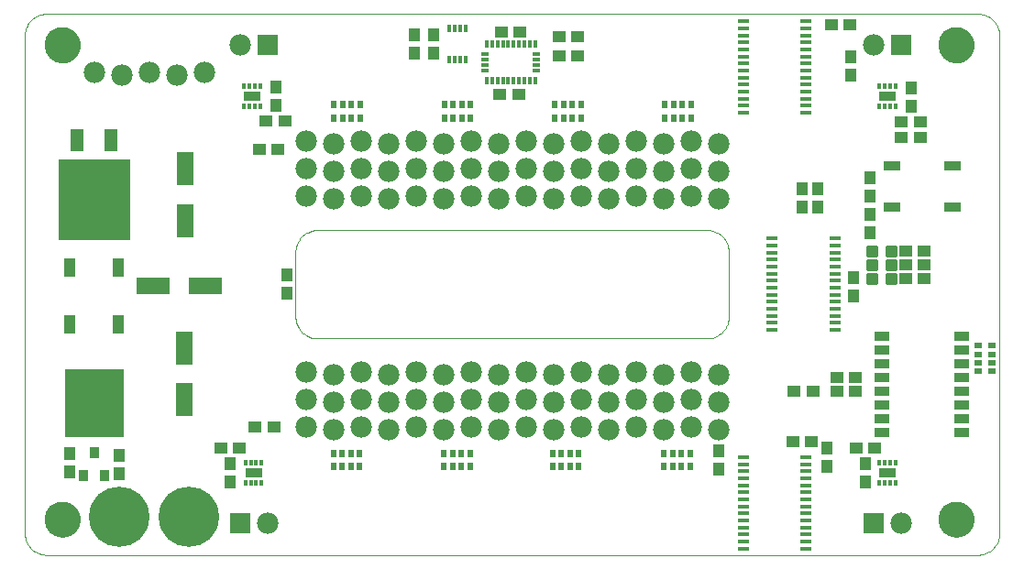
<source format=gts>
G75*
%MOIN*%
%OFA0B0*%
%FSLAX25Y25*%
%IPPOS*%
%LPD*%
%AMOC8*
5,1,8,0,0,1.08239X$1,22.5*
%
%ADD10C,0.00000*%
%ADD11C,0.12998*%
%ADD12C,0.00394*%
%ADD13R,0.04731X0.04337*%
%ADD14R,0.04337X0.04731*%
%ADD15R,0.05124X0.08274*%
%ADD16R,0.12211X0.05912*%
%ADD17R,0.05912X0.12211*%
%ADD18C,0.07800*%
%ADD19R,0.07800X0.07800*%
%ADD20C,0.01301*%
%ADD21R,0.21660X0.24809*%
%ADD22R,0.04337X0.06699*%
%ADD23R,0.03550X0.03943*%
%ADD24R,0.02369X0.02959*%
%ADD25R,0.02959X0.02369*%
%ADD26R,0.06400X0.03400*%
%ADD27R,0.05400X0.03400*%
%ADD28R,0.04300X0.01600*%
%ADD29R,0.01378X0.02362*%
%ADD30R,0.06299X0.03543*%
%ADD31R,0.04100X0.07100*%
%ADD32R,0.26400X0.29200*%
%ADD33R,0.03077X0.01384*%
%ADD34R,0.01384X0.03077*%
%ADD35R,0.01384X0.02769*%
%ADD36C,0.21900*%
D10*
X0010201Y0016977D02*
X0010203Y0017135D01*
X0010209Y0017293D01*
X0010219Y0017451D01*
X0010233Y0017609D01*
X0010251Y0017766D01*
X0010272Y0017923D01*
X0010298Y0018079D01*
X0010328Y0018235D01*
X0010361Y0018390D01*
X0010399Y0018543D01*
X0010440Y0018696D01*
X0010485Y0018848D01*
X0010534Y0018999D01*
X0010587Y0019148D01*
X0010643Y0019296D01*
X0010703Y0019442D01*
X0010767Y0019587D01*
X0010835Y0019730D01*
X0010906Y0019872D01*
X0010980Y0020012D01*
X0011058Y0020149D01*
X0011140Y0020285D01*
X0011224Y0020419D01*
X0011313Y0020550D01*
X0011404Y0020679D01*
X0011499Y0020806D01*
X0011596Y0020931D01*
X0011697Y0021053D01*
X0011801Y0021172D01*
X0011908Y0021289D01*
X0012018Y0021403D01*
X0012131Y0021514D01*
X0012246Y0021623D01*
X0012364Y0021728D01*
X0012485Y0021830D01*
X0012608Y0021930D01*
X0012734Y0022026D01*
X0012862Y0022119D01*
X0012992Y0022209D01*
X0013125Y0022295D01*
X0013260Y0022379D01*
X0013396Y0022458D01*
X0013535Y0022535D01*
X0013676Y0022607D01*
X0013818Y0022677D01*
X0013962Y0022742D01*
X0014108Y0022804D01*
X0014255Y0022862D01*
X0014404Y0022917D01*
X0014554Y0022968D01*
X0014705Y0023015D01*
X0014857Y0023058D01*
X0015010Y0023097D01*
X0015165Y0023133D01*
X0015320Y0023164D01*
X0015476Y0023192D01*
X0015632Y0023216D01*
X0015789Y0023236D01*
X0015947Y0023252D01*
X0016104Y0023264D01*
X0016263Y0023272D01*
X0016421Y0023276D01*
X0016579Y0023276D01*
X0016737Y0023272D01*
X0016896Y0023264D01*
X0017053Y0023252D01*
X0017211Y0023236D01*
X0017368Y0023216D01*
X0017524Y0023192D01*
X0017680Y0023164D01*
X0017835Y0023133D01*
X0017990Y0023097D01*
X0018143Y0023058D01*
X0018295Y0023015D01*
X0018446Y0022968D01*
X0018596Y0022917D01*
X0018745Y0022862D01*
X0018892Y0022804D01*
X0019038Y0022742D01*
X0019182Y0022677D01*
X0019324Y0022607D01*
X0019465Y0022535D01*
X0019604Y0022458D01*
X0019740Y0022379D01*
X0019875Y0022295D01*
X0020008Y0022209D01*
X0020138Y0022119D01*
X0020266Y0022026D01*
X0020392Y0021930D01*
X0020515Y0021830D01*
X0020636Y0021728D01*
X0020754Y0021623D01*
X0020869Y0021514D01*
X0020982Y0021403D01*
X0021092Y0021289D01*
X0021199Y0021172D01*
X0021303Y0021053D01*
X0021404Y0020931D01*
X0021501Y0020806D01*
X0021596Y0020679D01*
X0021687Y0020550D01*
X0021776Y0020419D01*
X0021860Y0020285D01*
X0021942Y0020149D01*
X0022020Y0020012D01*
X0022094Y0019872D01*
X0022165Y0019730D01*
X0022233Y0019587D01*
X0022297Y0019442D01*
X0022357Y0019296D01*
X0022413Y0019148D01*
X0022466Y0018999D01*
X0022515Y0018848D01*
X0022560Y0018696D01*
X0022601Y0018543D01*
X0022639Y0018390D01*
X0022672Y0018235D01*
X0022702Y0018079D01*
X0022728Y0017923D01*
X0022749Y0017766D01*
X0022767Y0017609D01*
X0022781Y0017451D01*
X0022791Y0017293D01*
X0022797Y0017135D01*
X0022799Y0016977D01*
X0022797Y0016819D01*
X0022791Y0016661D01*
X0022781Y0016503D01*
X0022767Y0016345D01*
X0022749Y0016188D01*
X0022728Y0016031D01*
X0022702Y0015875D01*
X0022672Y0015719D01*
X0022639Y0015564D01*
X0022601Y0015411D01*
X0022560Y0015258D01*
X0022515Y0015106D01*
X0022466Y0014955D01*
X0022413Y0014806D01*
X0022357Y0014658D01*
X0022297Y0014512D01*
X0022233Y0014367D01*
X0022165Y0014224D01*
X0022094Y0014082D01*
X0022020Y0013942D01*
X0021942Y0013805D01*
X0021860Y0013669D01*
X0021776Y0013535D01*
X0021687Y0013404D01*
X0021596Y0013275D01*
X0021501Y0013148D01*
X0021404Y0013023D01*
X0021303Y0012901D01*
X0021199Y0012782D01*
X0021092Y0012665D01*
X0020982Y0012551D01*
X0020869Y0012440D01*
X0020754Y0012331D01*
X0020636Y0012226D01*
X0020515Y0012124D01*
X0020392Y0012024D01*
X0020266Y0011928D01*
X0020138Y0011835D01*
X0020008Y0011745D01*
X0019875Y0011659D01*
X0019740Y0011575D01*
X0019604Y0011496D01*
X0019465Y0011419D01*
X0019324Y0011347D01*
X0019182Y0011277D01*
X0019038Y0011212D01*
X0018892Y0011150D01*
X0018745Y0011092D01*
X0018596Y0011037D01*
X0018446Y0010986D01*
X0018295Y0010939D01*
X0018143Y0010896D01*
X0017990Y0010857D01*
X0017835Y0010821D01*
X0017680Y0010790D01*
X0017524Y0010762D01*
X0017368Y0010738D01*
X0017211Y0010718D01*
X0017053Y0010702D01*
X0016896Y0010690D01*
X0016737Y0010682D01*
X0016579Y0010678D01*
X0016421Y0010678D01*
X0016263Y0010682D01*
X0016104Y0010690D01*
X0015947Y0010702D01*
X0015789Y0010718D01*
X0015632Y0010738D01*
X0015476Y0010762D01*
X0015320Y0010790D01*
X0015165Y0010821D01*
X0015010Y0010857D01*
X0014857Y0010896D01*
X0014705Y0010939D01*
X0014554Y0010986D01*
X0014404Y0011037D01*
X0014255Y0011092D01*
X0014108Y0011150D01*
X0013962Y0011212D01*
X0013818Y0011277D01*
X0013676Y0011347D01*
X0013535Y0011419D01*
X0013396Y0011496D01*
X0013260Y0011575D01*
X0013125Y0011659D01*
X0012992Y0011745D01*
X0012862Y0011835D01*
X0012734Y0011928D01*
X0012608Y0012024D01*
X0012485Y0012124D01*
X0012364Y0012226D01*
X0012246Y0012331D01*
X0012131Y0012440D01*
X0012018Y0012551D01*
X0011908Y0012665D01*
X0011801Y0012782D01*
X0011697Y0012901D01*
X0011596Y0013023D01*
X0011499Y0013148D01*
X0011404Y0013275D01*
X0011313Y0013404D01*
X0011224Y0013535D01*
X0011140Y0013669D01*
X0011058Y0013805D01*
X0010980Y0013942D01*
X0010906Y0014082D01*
X0010835Y0014224D01*
X0010767Y0014367D01*
X0010703Y0014512D01*
X0010643Y0014658D01*
X0010587Y0014806D01*
X0010534Y0014955D01*
X0010485Y0015106D01*
X0010440Y0015258D01*
X0010399Y0015411D01*
X0010361Y0015564D01*
X0010328Y0015719D01*
X0010298Y0015875D01*
X0010272Y0016031D01*
X0010251Y0016188D01*
X0010233Y0016345D01*
X0010219Y0016503D01*
X0010209Y0016661D01*
X0010203Y0016819D01*
X0010201Y0016977D01*
X0010201Y0189477D02*
X0010203Y0189635D01*
X0010209Y0189793D01*
X0010219Y0189951D01*
X0010233Y0190109D01*
X0010251Y0190266D01*
X0010272Y0190423D01*
X0010298Y0190579D01*
X0010328Y0190735D01*
X0010361Y0190890D01*
X0010399Y0191043D01*
X0010440Y0191196D01*
X0010485Y0191348D01*
X0010534Y0191499D01*
X0010587Y0191648D01*
X0010643Y0191796D01*
X0010703Y0191942D01*
X0010767Y0192087D01*
X0010835Y0192230D01*
X0010906Y0192372D01*
X0010980Y0192512D01*
X0011058Y0192649D01*
X0011140Y0192785D01*
X0011224Y0192919D01*
X0011313Y0193050D01*
X0011404Y0193179D01*
X0011499Y0193306D01*
X0011596Y0193431D01*
X0011697Y0193553D01*
X0011801Y0193672D01*
X0011908Y0193789D01*
X0012018Y0193903D01*
X0012131Y0194014D01*
X0012246Y0194123D01*
X0012364Y0194228D01*
X0012485Y0194330D01*
X0012608Y0194430D01*
X0012734Y0194526D01*
X0012862Y0194619D01*
X0012992Y0194709D01*
X0013125Y0194795D01*
X0013260Y0194879D01*
X0013396Y0194958D01*
X0013535Y0195035D01*
X0013676Y0195107D01*
X0013818Y0195177D01*
X0013962Y0195242D01*
X0014108Y0195304D01*
X0014255Y0195362D01*
X0014404Y0195417D01*
X0014554Y0195468D01*
X0014705Y0195515D01*
X0014857Y0195558D01*
X0015010Y0195597D01*
X0015165Y0195633D01*
X0015320Y0195664D01*
X0015476Y0195692D01*
X0015632Y0195716D01*
X0015789Y0195736D01*
X0015947Y0195752D01*
X0016104Y0195764D01*
X0016263Y0195772D01*
X0016421Y0195776D01*
X0016579Y0195776D01*
X0016737Y0195772D01*
X0016896Y0195764D01*
X0017053Y0195752D01*
X0017211Y0195736D01*
X0017368Y0195716D01*
X0017524Y0195692D01*
X0017680Y0195664D01*
X0017835Y0195633D01*
X0017990Y0195597D01*
X0018143Y0195558D01*
X0018295Y0195515D01*
X0018446Y0195468D01*
X0018596Y0195417D01*
X0018745Y0195362D01*
X0018892Y0195304D01*
X0019038Y0195242D01*
X0019182Y0195177D01*
X0019324Y0195107D01*
X0019465Y0195035D01*
X0019604Y0194958D01*
X0019740Y0194879D01*
X0019875Y0194795D01*
X0020008Y0194709D01*
X0020138Y0194619D01*
X0020266Y0194526D01*
X0020392Y0194430D01*
X0020515Y0194330D01*
X0020636Y0194228D01*
X0020754Y0194123D01*
X0020869Y0194014D01*
X0020982Y0193903D01*
X0021092Y0193789D01*
X0021199Y0193672D01*
X0021303Y0193553D01*
X0021404Y0193431D01*
X0021501Y0193306D01*
X0021596Y0193179D01*
X0021687Y0193050D01*
X0021776Y0192919D01*
X0021860Y0192785D01*
X0021942Y0192649D01*
X0022020Y0192512D01*
X0022094Y0192372D01*
X0022165Y0192230D01*
X0022233Y0192087D01*
X0022297Y0191942D01*
X0022357Y0191796D01*
X0022413Y0191648D01*
X0022466Y0191499D01*
X0022515Y0191348D01*
X0022560Y0191196D01*
X0022601Y0191043D01*
X0022639Y0190890D01*
X0022672Y0190735D01*
X0022702Y0190579D01*
X0022728Y0190423D01*
X0022749Y0190266D01*
X0022767Y0190109D01*
X0022781Y0189951D01*
X0022791Y0189793D01*
X0022797Y0189635D01*
X0022799Y0189477D01*
X0022797Y0189319D01*
X0022791Y0189161D01*
X0022781Y0189003D01*
X0022767Y0188845D01*
X0022749Y0188688D01*
X0022728Y0188531D01*
X0022702Y0188375D01*
X0022672Y0188219D01*
X0022639Y0188064D01*
X0022601Y0187911D01*
X0022560Y0187758D01*
X0022515Y0187606D01*
X0022466Y0187455D01*
X0022413Y0187306D01*
X0022357Y0187158D01*
X0022297Y0187012D01*
X0022233Y0186867D01*
X0022165Y0186724D01*
X0022094Y0186582D01*
X0022020Y0186442D01*
X0021942Y0186305D01*
X0021860Y0186169D01*
X0021776Y0186035D01*
X0021687Y0185904D01*
X0021596Y0185775D01*
X0021501Y0185648D01*
X0021404Y0185523D01*
X0021303Y0185401D01*
X0021199Y0185282D01*
X0021092Y0185165D01*
X0020982Y0185051D01*
X0020869Y0184940D01*
X0020754Y0184831D01*
X0020636Y0184726D01*
X0020515Y0184624D01*
X0020392Y0184524D01*
X0020266Y0184428D01*
X0020138Y0184335D01*
X0020008Y0184245D01*
X0019875Y0184159D01*
X0019740Y0184075D01*
X0019604Y0183996D01*
X0019465Y0183919D01*
X0019324Y0183847D01*
X0019182Y0183777D01*
X0019038Y0183712D01*
X0018892Y0183650D01*
X0018745Y0183592D01*
X0018596Y0183537D01*
X0018446Y0183486D01*
X0018295Y0183439D01*
X0018143Y0183396D01*
X0017990Y0183357D01*
X0017835Y0183321D01*
X0017680Y0183290D01*
X0017524Y0183262D01*
X0017368Y0183238D01*
X0017211Y0183218D01*
X0017053Y0183202D01*
X0016896Y0183190D01*
X0016737Y0183182D01*
X0016579Y0183178D01*
X0016421Y0183178D01*
X0016263Y0183182D01*
X0016104Y0183190D01*
X0015947Y0183202D01*
X0015789Y0183218D01*
X0015632Y0183238D01*
X0015476Y0183262D01*
X0015320Y0183290D01*
X0015165Y0183321D01*
X0015010Y0183357D01*
X0014857Y0183396D01*
X0014705Y0183439D01*
X0014554Y0183486D01*
X0014404Y0183537D01*
X0014255Y0183592D01*
X0014108Y0183650D01*
X0013962Y0183712D01*
X0013818Y0183777D01*
X0013676Y0183847D01*
X0013535Y0183919D01*
X0013396Y0183996D01*
X0013260Y0184075D01*
X0013125Y0184159D01*
X0012992Y0184245D01*
X0012862Y0184335D01*
X0012734Y0184428D01*
X0012608Y0184524D01*
X0012485Y0184624D01*
X0012364Y0184726D01*
X0012246Y0184831D01*
X0012131Y0184940D01*
X0012018Y0185051D01*
X0011908Y0185165D01*
X0011801Y0185282D01*
X0011697Y0185401D01*
X0011596Y0185523D01*
X0011499Y0185648D01*
X0011404Y0185775D01*
X0011313Y0185904D01*
X0011224Y0186035D01*
X0011140Y0186169D01*
X0011058Y0186305D01*
X0010980Y0186442D01*
X0010906Y0186582D01*
X0010835Y0186724D01*
X0010767Y0186867D01*
X0010703Y0187012D01*
X0010643Y0187158D01*
X0010587Y0187306D01*
X0010534Y0187455D01*
X0010485Y0187606D01*
X0010440Y0187758D01*
X0010399Y0187911D01*
X0010361Y0188064D01*
X0010328Y0188219D01*
X0010298Y0188375D01*
X0010272Y0188531D01*
X0010251Y0188688D01*
X0010233Y0188845D01*
X0010219Y0189003D01*
X0010209Y0189161D01*
X0010203Y0189319D01*
X0010201Y0189477D01*
X0335201Y0189477D02*
X0335203Y0189635D01*
X0335209Y0189793D01*
X0335219Y0189951D01*
X0335233Y0190109D01*
X0335251Y0190266D01*
X0335272Y0190423D01*
X0335298Y0190579D01*
X0335328Y0190735D01*
X0335361Y0190890D01*
X0335399Y0191043D01*
X0335440Y0191196D01*
X0335485Y0191348D01*
X0335534Y0191499D01*
X0335587Y0191648D01*
X0335643Y0191796D01*
X0335703Y0191942D01*
X0335767Y0192087D01*
X0335835Y0192230D01*
X0335906Y0192372D01*
X0335980Y0192512D01*
X0336058Y0192649D01*
X0336140Y0192785D01*
X0336224Y0192919D01*
X0336313Y0193050D01*
X0336404Y0193179D01*
X0336499Y0193306D01*
X0336596Y0193431D01*
X0336697Y0193553D01*
X0336801Y0193672D01*
X0336908Y0193789D01*
X0337018Y0193903D01*
X0337131Y0194014D01*
X0337246Y0194123D01*
X0337364Y0194228D01*
X0337485Y0194330D01*
X0337608Y0194430D01*
X0337734Y0194526D01*
X0337862Y0194619D01*
X0337992Y0194709D01*
X0338125Y0194795D01*
X0338260Y0194879D01*
X0338396Y0194958D01*
X0338535Y0195035D01*
X0338676Y0195107D01*
X0338818Y0195177D01*
X0338962Y0195242D01*
X0339108Y0195304D01*
X0339255Y0195362D01*
X0339404Y0195417D01*
X0339554Y0195468D01*
X0339705Y0195515D01*
X0339857Y0195558D01*
X0340010Y0195597D01*
X0340165Y0195633D01*
X0340320Y0195664D01*
X0340476Y0195692D01*
X0340632Y0195716D01*
X0340789Y0195736D01*
X0340947Y0195752D01*
X0341104Y0195764D01*
X0341263Y0195772D01*
X0341421Y0195776D01*
X0341579Y0195776D01*
X0341737Y0195772D01*
X0341896Y0195764D01*
X0342053Y0195752D01*
X0342211Y0195736D01*
X0342368Y0195716D01*
X0342524Y0195692D01*
X0342680Y0195664D01*
X0342835Y0195633D01*
X0342990Y0195597D01*
X0343143Y0195558D01*
X0343295Y0195515D01*
X0343446Y0195468D01*
X0343596Y0195417D01*
X0343745Y0195362D01*
X0343892Y0195304D01*
X0344038Y0195242D01*
X0344182Y0195177D01*
X0344324Y0195107D01*
X0344465Y0195035D01*
X0344604Y0194958D01*
X0344740Y0194879D01*
X0344875Y0194795D01*
X0345008Y0194709D01*
X0345138Y0194619D01*
X0345266Y0194526D01*
X0345392Y0194430D01*
X0345515Y0194330D01*
X0345636Y0194228D01*
X0345754Y0194123D01*
X0345869Y0194014D01*
X0345982Y0193903D01*
X0346092Y0193789D01*
X0346199Y0193672D01*
X0346303Y0193553D01*
X0346404Y0193431D01*
X0346501Y0193306D01*
X0346596Y0193179D01*
X0346687Y0193050D01*
X0346776Y0192919D01*
X0346860Y0192785D01*
X0346942Y0192649D01*
X0347020Y0192512D01*
X0347094Y0192372D01*
X0347165Y0192230D01*
X0347233Y0192087D01*
X0347297Y0191942D01*
X0347357Y0191796D01*
X0347413Y0191648D01*
X0347466Y0191499D01*
X0347515Y0191348D01*
X0347560Y0191196D01*
X0347601Y0191043D01*
X0347639Y0190890D01*
X0347672Y0190735D01*
X0347702Y0190579D01*
X0347728Y0190423D01*
X0347749Y0190266D01*
X0347767Y0190109D01*
X0347781Y0189951D01*
X0347791Y0189793D01*
X0347797Y0189635D01*
X0347799Y0189477D01*
X0347797Y0189319D01*
X0347791Y0189161D01*
X0347781Y0189003D01*
X0347767Y0188845D01*
X0347749Y0188688D01*
X0347728Y0188531D01*
X0347702Y0188375D01*
X0347672Y0188219D01*
X0347639Y0188064D01*
X0347601Y0187911D01*
X0347560Y0187758D01*
X0347515Y0187606D01*
X0347466Y0187455D01*
X0347413Y0187306D01*
X0347357Y0187158D01*
X0347297Y0187012D01*
X0347233Y0186867D01*
X0347165Y0186724D01*
X0347094Y0186582D01*
X0347020Y0186442D01*
X0346942Y0186305D01*
X0346860Y0186169D01*
X0346776Y0186035D01*
X0346687Y0185904D01*
X0346596Y0185775D01*
X0346501Y0185648D01*
X0346404Y0185523D01*
X0346303Y0185401D01*
X0346199Y0185282D01*
X0346092Y0185165D01*
X0345982Y0185051D01*
X0345869Y0184940D01*
X0345754Y0184831D01*
X0345636Y0184726D01*
X0345515Y0184624D01*
X0345392Y0184524D01*
X0345266Y0184428D01*
X0345138Y0184335D01*
X0345008Y0184245D01*
X0344875Y0184159D01*
X0344740Y0184075D01*
X0344604Y0183996D01*
X0344465Y0183919D01*
X0344324Y0183847D01*
X0344182Y0183777D01*
X0344038Y0183712D01*
X0343892Y0183650D01*
X0343745Y0183592D01*
X0343596Y0183537D01*
X0343446Y0183486D01*
X0343295Y0183439D01*
X0343143Y0183396D01*
X0342990Y0183357D01*
X0342835Y0183321D01*
X0342680Y0183290D01*
X0342524Y0183262D01*
X0342368Y0183238D01*
X0342211Y0183218D01*
X0342053Y0183202D01*
X0341896Y0183190D01*
X0341737Y0183182D01*
X0341579Y0183178D01*
X0341421Y0183178D01*
X0341263Y0183182D01*
X0341104Y0183190D01*
X0340947Y0183202D01*
X0340789Y0183218D01*
X0340632Y0183238D01*
X0340476Y0183262D01*
X0340320Y0183290D01*
X0340165Y0183321D01*
X0340010Y0183357D01*
X0339857Y0183396D01*
X0339705Y0183439D01*
X0339554Y0183486D01*
X0339404Y0183537D01*
X0339255Y0183592D01*
X0339108Y0183650D01*
X0338962Y0183712D01*
X0338818Y0183777D01*
X0338676Y0183847D01*
X0338535Y0183919D01*
X0338396Y0183996D01*
X0338260Y0184075D01*
X0338125Y0184159D01*
X0337992Y0184245D01*
X0337862Y0184335D01*
X0337734Y0184428D01*
X0337608Y0184524D01*
X0337485Y0184624D01*
X0337364Y0184726D01*
X0337246Y0184831D01*
X0337131Y0184940D01*
X0337018Y0185051D01*
X0336908Y0185165D01*
X0336801Y0185282D01*
X0336697Y0185401D01*
X0336596Y0185523D01*
X0336499Y0185648D01*
X0336404Y0185775D01*
X0336313Y0185904D01*
X0336224Y0186035D01*
X0336140Y0186169D01*
X0336058Y0186305D01*
X0335980Y0186442D01*
X0335906Y0186582D01*
X0335835Y0186724D01*
X0335767Y0186867D01*
X0335703Y0187012D01*
X0335643Y0187158D01*
X0335587Y0187306D01*
X0335534Y0187455D01*
X0335485Y0187606D01*
X0335440Y0187758D01*
X0335399Y0187911D01*
X0335361Y0188064D01*
X0335328Y0188219D01*
X0335298Y0188375D01*
X0335272Y0188531D01*
X0335251Y0188688D01*
X0335233Y0188845D01*
X0335219Y0189003D01*
X0335209Y0189161D01*
X0335203Y0189319D01*
X0335201Y0189477D01*
X0335201Y0016977D02*
X0335203Y0017135D01*
X0335209Y0017293D01*
X0335219Y0017451D01*
X0335233Y0017609D01*
X0335251Y0017766D01*
X0335272Y0017923D01*
X0335298Y0018079D01*
X0335328Y0018235D01*
X0335361Y0018390D01*
X0335399Y0018543D01*
X0335440Y0018696D01*
X0335485Y0018848D01*
X0335534Y0018999D01*
X0335587Y0019148D01*
X0335643Y0019296D01*
X0335703Y0019442D01*
X0335767Y0019587D01*
X0335835Y0019730D01*
X0335906Y0019872D01*
X0335980Y0020012D01*
X0336058Y0020149D01*
X0336140Y0020285D01*
X0336224Y0020419D01*
X0336313Y0020550D01*
X0336404Y0020679D01*
X0336499Y0020806D01*
X0336596Y0020931D01*
X0336697Y0021053D01*
X0336801Y0021172D01*
X0336908Y0021289D01*
X0337018Y0021403D01*
X0337131Y0021514D01*
X0337246Y0021623D01*
X0337364Y0021728D01*
X0337485Y0021830D01*
X0337608Y0021930D01*
X0337734Y0022026D01*
X0337862Y0022119D01*
X0337992Y0022209D01*
X0338125Y0022295D01*
X0338260Y0022379D01*
X0338396Y0022458D01*
X0338535Y0022535D01*
X0338676Y0022607D01*
X0338818Y0022677D01*
X0338962Y0022742D01*
X0339108Y0022804D01*
X0339255Y0022862D01*
X0339404Y0022917D01*
X0339554Y0022968D01*
X0339705Y0023015D01*
X0339857Y0023058D01*
X0340010Y0023097D01*
X0340165Y0023133D01*
X0340320Y0023164D01*
X0340476Y0023192D01*
X0340632Y0023216D01*
X0340789Y0023236D01*
X0340947Y0023252D01*
X0341104Y0023264D01*
X0341263Y0023272D01*
X0341421Y0023276D01*
X0341579Y0023276D01*
X0341737Y0023272D01*
X0341896Y0023264D01*
X0342053Y0023252D01*
X0342211Y0023236D01*
X0342368Y0023216D01*
X0342524Y0023192D01*
X0342680Y0023164D01*
X0342835Y0023133D01*
X0342990Y0023097D01*
X0343143Y0023058D01*
X0343295Y0023015D01*
X0343446Y0022968D01*
X0343596Y0022917D01*
X0343745Y0022862D01*
X0343892Y0022804D01*
X0344038Y0022742D01*
X0344182Y0022677D01*
X0344324Y0022607D01*
X0344465Y0022535D01*
X0344604Y0022458D01*
X0344740Y0022379D01*
X0344875Y0022295D01*
X0345008Y0022209D01*
X0345138Y0022119D01*
X0345266Y0022026D01*
X0345392Y0021930D01*
X0345515Y0021830D01*
X0345636Y0021728D01*
X0345754Y0021623D01*
X0345869Y0021514D01*
X0345982Y0021403D01*
X0346092Y0021289D01*
X0346199Y0021172D01*
X0346303Y0021053D01*
X0346404Y0020931D01*
X0346501Y0020806D01*
X0346596Y0020679D01*
X0346687Y0020550D01*
X0346776Y0020419D01*
X0346860Y0020285D01*
X0346942Y0020149D01*
X0347020Y0020012D01*
X0347094Y0019872D01*
X0347165Y0019730D01*
X0347233Y0019587D01*
X0347297Y0019442D01*
X0347357Y0019296D01*
X0347413Y0019148D01*
X0347466Y0018999D01*
X0347515Y0018848D01*
X0347560Y0018696D01*
X0347601Y0018543D01*
X0347639Y0018390D01*
X0347672Y0018235D01*
X0347702Y0018079D01*
X0347728Y0017923D01*
X0347749Y0017766D01*
X0347767Y0017609D01*
X0347781Y0017451D01*
X0347791Y0017293D01*
X0347797Y0017135D01*
X0347799Y0016977D01*
X0347797Y0016819D01*
X0347791Y0016661D01*
X0347781Y0016503D01*
X0347767Y0016345D01*
X0347749Y0016188D01*
X0347728Y0016031D01*
X0347702Y0015875D01*
X0347672Y0015719D01*
X0347639Y0015564D01*
X0347601Y0015411D01*
X0347560Y0015258D01*
X0347515Y0015106D01*
X0347466Y0014955D01*
X0347413Y0014806D01*
X0347357Y0014658D01*
X0347297Y0014512D01*
X0347233Y0014367D01*
X0347165Y0014224D01*
X0347094Y0014082D01*
X0347020Y0013942D01*
X0346942Y0013805D01*
X0346860Y0013669D01*
X0346776Y0013535D01*
X0346687Y0013404D01*
X0346596Y0013275D01*
X0346501Y0013148D01*
X0346404Y0013023D01*
X0346303Y0012901D01*
X0346199Y0012782D01*
X0346092Y0012665D01*
X0345982Y0012551D01*
X0345869Y0012440D01*
X0345754Y0012331D01*
X0345636Y0012226D01*
X0345515Y0012124D01*
X0345392Y0012024D01*
X0345266Y0011928D01*
X0345138Y0011835D01*
X0345008Y0011745D01*
X0344875Y0011659D01*
X0344740Y0011575D01*
X0344604Y0011496D01*
X0344465Y0011419D01*
X0344324Y0011347D01*
X0344182Y0011277D01*
X0344038Y0011212D01*
X0343892Y0011150D01*
X0343745Y0011092D01*
X0343596Y0011037D01*
X0343446Y0010986D01*
X0343295Y0010939D01*
X0343143Y0010896D01*
X0342990Y0010857D01*
X0342835Y0010821D01*
X0342680Y0010790D01*
X0342524Y0010762D01*
X0342368Y0010738D01*
X0342211Y0010718D01*
X0342053Y0010702D01*
X0341896Y0010690D01*
X0341737Y0010682D01*
X0341579Y0010678D01*
X0341421Y0010678D01*
X0341263Y0010682D01*
X0341104Y0010690D01*
X0340947Y0010702D01*
X0340789Y0010718D01*
X0340632Y0010738D01*
X0340476Y0010762D01*
X0340320Y0010790D01*
X0340165Y0010821D01*
X0340010Y0010857D01*
X0339857Y0010896D01*
X0339705Y0010939D01*
X0339554Y0010986D01*
X0339404Y0011037D01*
X0339255Y0011092D01*
X0339108Y0011150D01*
X0338962Y0011212D01*
X0338818Y0011277D01*
X0338676Y0011347D01*
X0338535Y0011419D01*
X0338396Y0011496D01*
X0338260Y0011575D01*
X0338125Y0011659D01*
X0337992Y0011745D01*
X0337862Y0011835D01*
X0337734Y0011928D01*
X0337608Y0012024D01*
X0337485Y0012124D01*
X0337364Y0012226D01*
X0337246Y0012331D01*
X0337131Y0012440D01*
X0337018Y0012551D01*
X0336908Y0012665D01*
X0336801Y0012782D01*
X0336697Y0012901D01*
X0336596Y0013023D01*
X0336499Y0013148D01*
X0336404Y0013275D01*
X0336313Y0013404D01*
X0336224Y0013535D01*
X0336140Y0013669D01*
X0336058Y0013805D01*
X0335980Y0013942D01*
X0335906Y0014082D01*
X0335835Y0014224D01*
X0335767Y0014367D01*
X0335703Y0014512D01*
X0335643Y0014658D01*
X0335587Y0014806D01*
X0335534Y0014955D01*
X0335485Y0015106D01*
X0335440Y0015258D01*
X0335399Y0015411D01*
X0335361Y0015564D01*
X0335328Y0015719D01*
X0335298Y0015875D01*
X0335272Y0016031D01*
X0335251Y0016188D01*
X0335233Y0016345D01*
X0335219Y0016503D01*
X0335209Y0016661D01*
X0335203Y0016819D01*
X0335201Y0016977D01*
D11*
X0341500Y0016977D03*
X0341500Y0189477D03*
X0016500Y0189477D03*
X0016500Y0016977D03*
D12*
X0005559Y0005972D02*
X0004845Y0006685D01*
X0004522Y0007076D01*
X0004238Y0007495D01*
X0003955Y0007914D01*
X0003710Y0008362D01*
X0003310Y0009303D01*
X0003155Y0009797D01*
X0003050Y0010308D01*
X0002944Y0010819D01*
X0002889Y0011348D01*
X0002889Y0193533D01*
X0002944Y0194062D01*
X0003050Y0194574D01*
X0003155Y0195085D01*
X0003310Y0195579D01*
X0003510Y0196049D01*
X0003710Y0196520D01*
X0003955Y0196967D01*
X0004238Y0197387D01*
X0004522Y0197806D01*
X0004845Y0198196D01*
X0005559Y0198910D01*
X0005949Y0199233D01*
X0006368Y0199517D01*
X0006787Y0199800D01*
X0007235Y0200045D01*
X0008176Y0200445D01*
X0008670Y0200600D01*
X0009181Y0200705D01*
X0009693Y0200811D01*
X0010222Y0200866D01*
X0349887Y0200866D01*
X0350416Y0200811D01*
X0350927Y0200705D01*
X0351439Y0200600D01*
X0351932Y0200445D01*
X0352873Y0200045D01*
X0353321Y0199800D01*
X0353740Y0199517D01*
X0354159Y0199233D01*
X0354550Y0198910D01*
X0355263Y0198196D01*
X0355586Y0197806D01*
X0356154Y0196967D01*
X0356398Y0196520D01*
X0356598Y0196049D01*
X0356798Y0195579D01*
X0356954Y0195085D01*
X0357059Y0194574D01*
X0357164Y0194062D01*
X0357220Y0193533D01*
X0357220Y0011348D01*
X0357164Y0010819D01*
X0357059Y0010308D01*
X0356954Y0009797D01*
X0356798Y0009303D01*
X0356398Y0008362D01*
X0356154Y0007914D01*
X0355870Y0007495D01*
X0355586Y0007076D01*
X0355263Y0006685D01*
X0354550Y0005972D01*
X0354159Y0005649D01*
X0353740Y0005365D01*
X0353321Y0005081D01*
X0352873Y0004837D01*
X0351932Y0004437D01*
X0351439Y0004282D01*
X0350927Y0004176D01*
X0350416Y0004071D01*
X0349887Y0004016D01*
X0010222Y0004016D01*
X0009693Y0004071D01*
X0009181Y0004176D01*
X0008670Y0004282D01*
X0008176Y0004437D01*
X0007235Y0004837D01*
X0006787Y0005081D01*
X0006368Y0005365D01*
X0005949Y0005649D01*
X0005559Y0005972D01*
X0103984Y0084712D02*
X0104374Y0084389D01*
X0104794Y0084105D01*
X0105213Y0083822D01*
X0105660Y0083577D01*
X0106601Y0083177D01*
X0107095Y0083022D01*
X0107606Y0082917D01*
X0108118Y0082811D01*
X0108647Y0082756D01*
X0251462Y0082756D01*
X0251991Y0082811D01*
X0252502Y0082917D01*
X0253013Y0083022D01*
X0253507Y0083177D01*
X0254448Y0083577D01*
X0254896Y0083822D01*
X0255315Y0084105D01*
X0255734Y0084389D01*
X0256125Y0084712D01*
X0256838Y0085426D01*
X0257161Y0085816D01*
X0257445Y0086235D01*
X0257729Y0086654D01*
X0257973Y0087102D01*
X0258373Y0088043D01*
X0258528Y0088537D01*
X0258634Y0089048D01*
X0258739Y0089559D01*
X0258794Y0090088D01*
X0258794Y0114793D01*
X0258739Y0115322D01*
X0258634Y0115834D01*
X0258528Y0116345D01*
X0258373Y0116839D01*
X0257973Y0117780D01*
X0257729Y0118227D01*
X0257445Y0118646D01*
X0257161Y0119065D01*
X0256838Y0119456D01*
X0256125Y0120170D01*
X0255734Y0120493D01*
X0255315Y0120776D01*
X0254896Y0121060D01*
X0254448Y0121305D01*
X0253507Y0121705D01*
X0253013Y0121860D01*
X0252502Y0121965D01*
X0251991Y0122071D01*
X0251462Y0122126D01*
X0108647Y0122126D01*
X0108118Y0122071D01*
X0107606Y0121965D01*
X0107095Y0121860D01*
X0106601Y0121705D01*
X0105660Y0121305D01*
X0105213Y0121060D01*
X0104794Y0120776D01*
X0104374Y0120493D01*
X0103984Y0120170D01*
X0103270Y0119456D01*
X0102947Y0119065D01*
X0102664Y0118646D01*
X0102380Y0118227D01*
X0102135Y0117780D01*
X0101735Y0116839D01*
X0101580Y0116345D01*
X0101475Y0115834D01*
X0101369Y0115322D01*
X0101314Y0114793D01*
X0101314Y0090088D01*
X0101369Y0089559D01*
X0101475Y0089048D01*
X0101580Y0088537D01*
X0101735Y0088043D01*
X0102135Y0087102D01*
X0102380Y0086654D01*
X0102664Y0086235D01*
X0102947Y0085816D01*
X0103270Y0085426D01*
X0103984Y0084712D01*
D13*
X0093346Y0050477D03*
X0086654Y0050477D03*
X0080846Y0042977D03*
X0074154Y0042977D03*
X0088154Y0151477D03*
X0094846Y0151477D03*
X0097346Y0161977D03*
X0090654Y0161977D03*
X0175654Y0171477D03*
X0182346Y0171477D03*
X0197154Y0185477D03*
X0203846Y0185477D03*
X0203846Y0192477D03*
X0197154Y0192477D03*
X0182846Y0194377D03*
X0176154Y0194377D03*
X0296154Y0196977D03*
X0302846Y0196977D03*
X0321654Y0161477D03*
X0328346Y0161477D03*
X0328346Y0155977D03*
X0321654Y0155977D03*
X0323154Y0114477D03*
X0323154Y0109477D03*
X0329846Y0109477D03*
X0329846Y0114477D03*
X0329846Y0104477D03*
X0323154Y0104477D03*
X0304846Y0068477D03*
X0298154Y0068477D03*
X0298154Y0063477D03*
X0304846Y0063477D03*
X0289346Y0063477D03*
X0282654Y0063477D03*
X0282154Y0045277D03*
X0288846Y0045277D03*
X0305154Y0042977D03*
X0311846Y0042977D03*
D14*
X0308500Y0037324D03*
X0308500Y0030631D03*
X0294500Y0036131D03*
X0294500Y0042824D03*
X0255000Y0041824D03*
X0255000Y0035131D03*
X0304000Y0098131D03*
X0304000Y0104824D03*
X0310000Y0121131D03*
X0310000Y0127824D03*
X0310000Y0134631D03*
X0310000Y0141324D03*
X0291000Y0137324D03*
X0285500Y0137324D03*
X0285500Y0130631D03*
X0291000Y0130631D03*
X0325000Y0167131D03*
X0325000Y0173824D03*
X0303000Y0178631D03*
X0303000Y0185324D03*
X0151500Y0186631D03*
X0144500Y0186631D03*
X0144500Y0193324D03*
X0151500Y0193324D03*
X0094000Y0174324D03*
X0094000Y0167631D03*
X0098000Y0105824D03*
X0098000Y0099131D03*
X0037000Y0040324D03*
X0037000Y0033631D03*
X0019000Y0034131D03*
X0019000Y0040824D03*
X0077500Y0037324D03*
X0077500Y0030631D03*
D15*
X0034299Y0154977D03*
X0021701Y0154977D03*
D16*
X0049551Y0101977D03*
X0068449Y0101977D03*
D17*
X0060900Y0079326D03*
X0060900Y0060428D03*
X0061200Y0125528D03*
X0061200Y0144426D03*
D18*
X0105000Y0144477D03*
X0115000Y0143477D03*
X0125000Y0144477D03*
X0135000Y0143477D03*
X0145000Y0144477D03*
X0155000Y0143477D03*
X0165000Y0144477D03*
X0175000Y0143477D03*
X0185000Y0144477D03*
X0195000Y0143477D03*
X0205000Y0144477D03*
X0215000Y0143477D03*
X0225000Y0144477D03*
X0235000Y0143477D03*
X0245000Y0144477D03*
X0255000Y0143477D03*
X0245000Y0134477D03*
X0255000Y0133477D03*
X0235000Y0133477D03*
X0225000Y0134477D03*
X0215000Y0133477D03*
X0205000Y0134477D03*
X0195000Y0133477D03*
X0185000Y0134477D03*
X0175000Y0133477D03*
X0165000Y0134477D03*
X0155000Y0133477D03*
X0145000Y0134477D03*
X0135000Y0133477D03*
X0125000Y0134477D03*
X0115000Y0133477D03*
X0105000Y0134477D03*
X0115000Y0153477D03*
X0105000Y0154477D03*
X0125000Y0154477D03*
X0135000Y0153477D03*
X0145000Y0154477D03*
X0155000Y0153477D03*
X0165000Y0154477D03*
X0175000Y0153477D03*
X0185000Y0154477D03*
X0195000Y0153477D03*
X0205000Y0154477D03*
X0215000Y0153477D03*
X0225000Y0154477D03*
X0235000Y0153477D03*
X0245000Y0154477D03*
X0255000Y0153477D03*
X0311500Y0189477D03*
X0245000Y0070477D03*
X0255000Y0069477D03*
X0245000Y0060477D03*
X0255000Y0059477D03*
X0255000Y0049477D03*
X0245000Y0050477D03*
X0235000Y0049477D03*
X0225000Y0050477D03*
X0215000Y0049477D03*
X0205000Y0050477D03*
X0195000Y0049477D03*
X0185000Y0050477D03*
X0175000Y0049477D03*
X0165000Y0050477D03*
X0155000Y0049477D03*
X0145000Y0050477D03*
X0135000Y0049477D03*
X0125000Y0050477D03*
X0115000Y0049477D03*
X0105000Y0050477D03*
X0115000Y0059477D03*
X0105000Y0060477D03*
X0115000Y0069477D03*
X0105000Y0070477D03*
X0125000Y0070477D03*
X0135000Y0069477D03*
X0145000Y0070477D03*
X0155000Y0069477D03*
X0165000Y0070477D03*
X0175000Y0069477D03*
X0185000Y0070477D03*
X0195000Y0069477D03*
X0205000Y0070477D03*
X0215000Y0069477D03*
X0225000Y0070477D03*
X0235000Y0069477D03*
X0225000Y0060477D03*
X0215000Y0059477D03*
X0205000Y0060477D03*
X0195000Y0059477D03*
X0185000Y0060477D03*
X0175000Y0059477D03*
X0165000Y0060477D03*
X0155000Y0059477D03*
X0145000Y0060477D03*
X0135000Y0059477D03*
X0125000Y0060477D03*
X0091000Y0015477D03*
X0235000Y0059477D03*
X0321500Y0015477D03*
X0058000Y0178477D03*
X0048000Y0179477D03*
X0038000Y0178477D03*
X0028000Y0179477D03*
X0068000Y0179477D03*
X0081000Y0189477D03*
D19*
X0091000Y0189477D03*
X0321500Y0189477D03*
X0311500Y0015477D03*
X0081000Y0015477D03*
D20*
X0312565Y0102959D02*
X0312565Y0105995D01*
X0312565Y0102959D02*
X0309529Y0102959D01*
X0309529Y0105995D01*
X0312565Y0105995D01*
X0312565Y0104259D02*
X0309529Y0104259D01*
X0309529Y0105559D02*
X0312565Y0105559D01*
X0312565Y0107959D02*
X0312565Y0110995D01*
X0312565Y0107959D02*
X0309529Y0107959D01*
X0309529Y0110995D01*
X0312565Y0110995D01*
X0312565Y0109259D02*
X0309529Y0109259D01*
X0309529Y0110559D02*
X0312565Y0110559D01*
X0312565Y0112959D02*
X0312565Y0115995D01*
X0312565Y0112959D02*
X0309529Y0112959D01*
X0309529Y0115995D01*
X0312565Y0115995D01*
X0312565Y0114259D02*
X0309529Y0114259D01*
X0309529Y0115559D02*
X0312565Y0115559D01*
X0319471Y0115995D02*
X0319471Y0112959D01*
X0316435Y0112959D01*
X0316435Y0115995D01*
X0319471Y0115995D01*
X0319471Y0114259D02*
X0316435Y0114259D01*
X0316435Y0115559D02*
X0319471Y0115559D01*
X0319471Y0110995D02*
X0319471Y0107959D01*
X0316435Y0107959D01*
X0316435Y0110995D01*
X0319471Y0110995D01*
X0319471Y0109259D02*
X0316435Y0109259D01*
X0316435Y0110559D02*
X0319471Y0110559D01*
X0319471Y0105995D02*
X0319471Y0102959D01*
X0316435Y0102959D01*
X0316435Y0105995D01*
X0319471Y0105995D01*
X0319471Y0104259D02*
X0316435Y0104259D01*
X0316435Y0105559D02*
X0319471Y0105559D01*
D21*
X0028000Y0059135D03*
D22*
X0019024Y0087875D03*
X0036976Y0087875D03*
D23*
X0028000Y0041308D03*
X0024260Y0033040D03*
X0031740Y0033040D03*
D24*
X0115076Y0036117D03*
X0118225Y0036117D03*
X0121375Y0036117D03*
X0124524Y0036117D03*
X0124524Y0041038D03*
X0121375Y0041038D03*
X0118225Y0041038D03*
X0115076Y0041038D03*
X0155276Y0041038D03*
X0158425Y0041038D03*
X0161575Y0041038D03*
X0164724Y0041038D03*
X0164724Y0036117D03*
X0161575Y0036117D03*
X0158425Y0036117D03*
X0155276Y0036117D03*
X0194776Y0036117D03*
X0197925Y0036117D03*
X0201075Y0036117D03*
X0204224Y0036117D03*
X0204224Y0041038D03*
X0201075Y0041038D03*
X0197925Y0041038D03*
X0194776Y0041038D03*
X0235276Y0041038D03*
X0238425Y0041038D03*
X0241575Y0041038D03*
X0244724Y0041038D03*
X0244724Y0036117D03*
X0241575Y0036117D03*
X0238425Y0036117D03*
X0235276Y0036117D03*
X0235576Y0163017D03*
X0238725Y0163017D03*
X0241875Y0163017D03*
X0245024Y0163017D03*
X0245024Y0167938D03*
X0241875Y0167938D03*
X0238725Y0167938D03*
X0235576Y0167938D03*
X0205024Y0167938D03*
X0201875Y0167938D03*
X0198725Y0167938D03*
X0195576Y0167938D03*
X0195576Y0163017D03*
X0198725Y0163017D03*
X0201875Y0163017D03*
X0205024Y0163017D03*
X0164824Y0163017D03*
X0161675Y0163017D03*
X0158525Y0163017D03*
X0155376Y0163017D03*
X0155376Y0167938D03*
X0158525Y0167938D03*
X0161675Y0167938D03*
X0164824Y0167938D03*
X0124724Y0167938D03*
X0121575Y0167938D03*
X0118425Y0167938D03*
X0115276Y0167938D03*
X0115276Y0163017D03*
X0118425Y0163017D03*
X0121575Y0163017D03*
X0124724Y0163017D03*
D25*
X0349539Y0080202D03*
X0349539Y0077052D03*
X0349539Y0073902D03*
X0349539Y0070753D03*
X0354461Y0070753D03*
X0354461Y0073902D03*
X0354461Y0077052D03*
X0354461Y0080202D03*
D26*
X0340000Y0130477D03*
X0318000Y0130477D03*
X0318000Y0145477D03*
X0340000Y0145477D03*
D27*
X0343567Y0083477D03*
X0343567Y0078477D03*
X0343567Y0073477D03*
X0343567Y0068477D03*
X0343567Y0063477D03*
X0343567Y0058477D03*
X0343567Y0053477D03*
X0343567Y0048477D03*
X0314433Y0048477D03*
X0314433Y0053477D03*
X0314433Y0058477D03*
X0314433Y0063477D03*
X0314433Y0068477D03*
X0314433Y0073477D03*
X0314433Y0078477D03*
X0314433Y0083477D03*
D28*
X0297487Y0085843D03*
X0297487Y0088402D03*
X0297487Y0090961D03*
X0297487Y0093520D03*
X0297487Y0096080D03*
X0297487Y0098639D03*
X0297487Y0101198D03*
X0297487Y0103757D03*
X0297487Y0106316D03*
X0297487Y0108875D03*
X0297487Y0111434D03*
X0297487Y0113993D03*
X0297487Y0116552D03*
X0297487Y0119111D03*
X0274513Y0119111D03*
X0274513Y0116552D03*
X0274513Y0113993D03*
X0274513Y0111434D03*
X0274513Y0108875D03*
X0274513Y0106316D03*
X0274513Y0103757D03*
X0274513Y0101198D03*
X0274513Y0098639D03*
X0274513Y0096080D03*
X0274513Y0093520D03*
X0274513Y0090961D03*
X0274513Y0088402D03*
X0274513Y0085843D03*
X0264013Y0039611D03*
X0264013Y0037052D03*
X0264013Y0034493D03*
X0264013Y0031934D03*
X0264013Y0029375D03*
X0264013Y0026816D03*
X0264013Y0024257D03*
X0264013Y0021698D03*
X0264013Y0019139D03*
X0264013Y0016580D03*
X0264013Y0014020D03*
X0264013Y0011461D03*
X0264013Y0008902D03*
X0264013Y0006343D03*
X0286987Y0006343D03*
X0286987Y0008902D03*
X0286987Y0011461D03*
X0286987Y0014020D03*
X0286987Y0016580D03*
X0286987Y0019139D03*
X0286987Y0021698D03*
X0286987Y0024257D03*
X0286987Y0026816D03*
X0286987Y0029375D03*
X0286987Y0031934D03*
X0286987Y0034493D03*
X0286987Y0037052D03*
X0286987Y0039611D03*
X0286987Y0164843D03*
X0286987Y0167402D03*
X0286987Y0169961D03*
X0286987Y0172520D03*
X0286987Y0175080D03*
X0286987Y0177639D03*
X0286987Y0180198D03*
X0286987Y0182757D03*
X0286987Y0185316D03*
X0286987Y0187875D03*
X0286987Y0190434D03*
X0286987Y0192993D03*
X0286987Y0195552D03*
X0286987Y0198111D03*
X0264013Y0198111D03*
X0264013Y0195552D03*
X0264013Y0192993D03*
X0264013Y0190434D03*
X0264013Y0187875D03*
X0264013Y0185316D03*
X0264013Y0182757D03*
X0264013Y0180198D03*
X0264013Y0177639D03*
X0264013Y0175080D03*
X0264013Y0172520D03*
X0264013Y0169961D03*
X0264013Y0167402D03*
X0264013Y0164843D03*
D29*
X0313547Y0167237D03*
X0315516Y0167237D03*
X0317484Y0167237D03*
X0319453Y0167237D03*
X0319453Y0174717D03*
X0317484Y0174717D03*
X0315516Y0174717D03*
X0313547Y0174717D03*
X0088453Y0174717D03*
X0086484Y0174717D03*
X0084516Y0174717D03*
X0082547Y0174717D03*
X0082547Y0167237D03*
X0084516Y0167237D03*
X0086484Y0167237D03*
X0088453Y0167237D03*
X0088953Y0037717D03*
X0086984Y0037717D03*
X0085016Y0037717D03*
X0083047Y0037717D03*
X0083047Y0030237D03*
X0085016Y0030237D03*
X0086984Y0030237D03*
X0088953Y0030237D03*
X0313547Y0030237D03*
X0315516Y0030237D03*
X0317484Y0030237D03*
X0319453Y0030237D03*
X0319453Y0037717D03*
X0317484Y0037717D03*
X0315516Y0037717D03*
X0313547Y0037717D03*
D30*
X0316500Y0033977D03*
X0086000Y0033977D03*
X0085500Y0170977D03*
X0316500Y0170977D03*
D31*
X0036900Y0108477D03*
X0019100Y0108477D03*
D32*
X0028000Y0133077D03*
D33*
X0170318Y0180295D03*
X0170318Y0182264D03*
X0170318Y0184232D03*
X0170318Y0186201D03*
X0188896Y0186196D03*
X0188896Y0184227D03*
X0188896Y0182259D03*
X0188896Y0180290D03*
D34*
X0188473Y0176707D03*
X0186504Y0176707D03*
X0184536Y0176707D03*
X0182567Y0176707D03*
X0180599Y0176707D03*
X0178630Y0176707D03*
X0176662Y0176707D03*
X0174693Y0176707D03*
X0172725Y0176707D03*
X0170756Y0176707D03*
X0170756Y0189799D03*
X0172725Y0189799D03*
X0174693Y0189799D03*
X0176662Y0189799D03*
X0178630Y0189799D03*
X0180599Y0189799D03*
X0182567Y0189799D03*
X0184536Y0189799D03*
X0186504Y0189799D03*
X0188473Y0189799D03*
D35*
X0163031Y0184283D03*
X0161063Y0184283D03*
X0159094Y0184283D03*
X0157126Y0184283D03*
X0157126Y0195610D03*
X0159094Y0195610D03*
X0161063Y0195610D03*
X0163031Y0195610D03*
D36*
X0062500Y0017977D03*
X0037000Y0017977D03*
M02*

</source>
